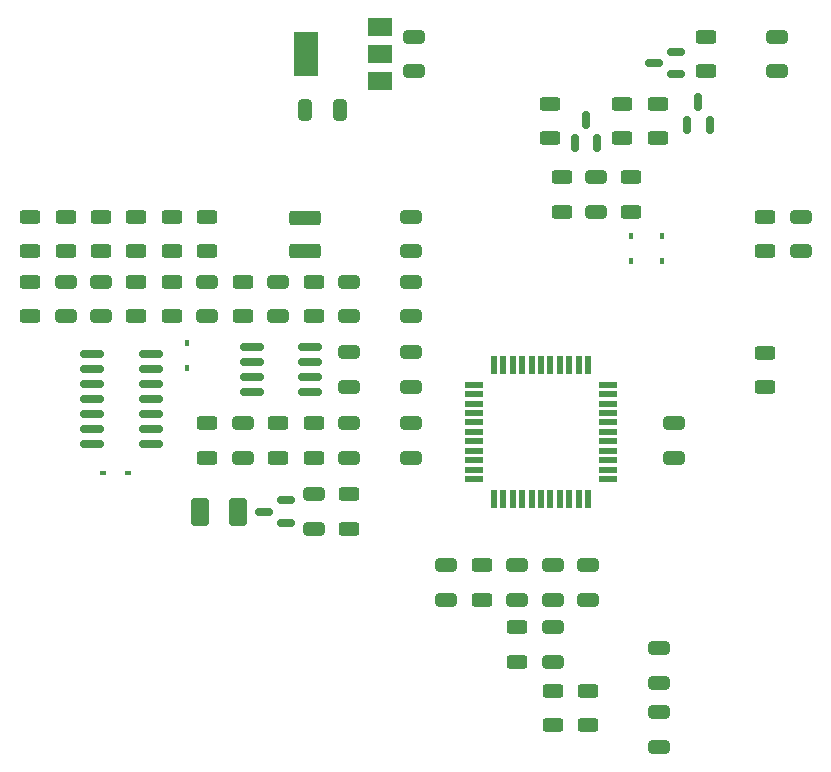
<source format=gbr>
%TF.GenerationSoftware,KiCad,Pcbnew,6.0.8*%
%TF.CreationDate,2022-10-28T18:19:01+03:00*%
%TF.ProjectId,DigiLight,44696769-4c69-4676-9874-2e6b69636164,rev?*%
%TF.SameCoordinates,Original*%
%TF.FileFunction,Paste,Top*%
%TF.FilePolarity,Positive*%
%FSLAX46Y46*%
G04 Gerber Fmt 4.6, Leading zero omitted, Abs format (unit mm)*
G04 Created by KiCad (PCBNEW 6.0.8) date 2022-10-28 18:19:01*
%MOMM*%
%LPD*%
G01*
G04 APERTURE LIST*
G04 Aperture macros list*
%AMRoundRect*
0 Rectangle with rounded corners*
0 $1 Rounding radius*
0 $2 $3 $4 $5 $6 $7 $8 $9 X,Y pos of 4 corners*
0 Add a 4 corners polygon primitive as box body*
4,1,4,$2,$3,$4,$5,$6,$7,$8,$9,$2,$3,0*
0 Add four circle primitives for the rounded corners*
1,1,$1+$1,$2,$3*
1,1,$1+$1,$4,$5*
1,1,$1+$1,$6,$7*
1,1,$1+$1,$8,$9*
0 Add four rect primitives between the rounded corners*
20,1,$1+$1,$2,$3,$4,$5,0*
20,1,$1+$1,$4,$5,$6,$7,0*
20,1,$1+$1,$6,$7,$8,$9,0*
20,1,$1+$1,$8,$9,$2,$3,0*%
G04 Aperture macros list end*
%ADD10RoundRect,0.250000X-0.650000X0.325000X-0.650000X-0.325000X0.650000X-0.325000X0.650000X0.325000X0*%
%ADD11RoundRect,0.250000X0.650000X-0.325000X0.650000X0.325000X-0.650000X0.325000X-0.650000X-0.325000X0*%
%ADD12RoundRect,0.250001X-0.499999X-0.924999X0.499999X-0.924999X0.499999X0.924999X-0.499999X0.924999X0*%
%ADD13RoundRect,0.250000X-0.325000X-0.650000X0.325000X-0.650000X0.325000X0.650000X-0.325000X0.650000X0*%
%ADD14RoundRect,0.250000X-1.075000X0.375000X-1.075000X-0.375000X1.075000X-0.375000X1.075000X0.375000X0*%
%ADD15RoundRect,0.150000X0.587500X0.150000X-0.587500X0.150000X-0.587500X-0.150000X0.587500X-0.150000X0*%
%ADD16RoundRect,0.150000X0.150000X-0.587500X0.150000X0.587500X-0.150000X0.587500X-0.150000X-0.587500X0*%
%ADD17RoundRect,0.250000X0.625000X-0.312500X0.625000X0.312500X-0.625000X0.312500X-0.625000X-0.312500X0*%
%ADD18RoundRect,0.250000X-0.625000X0.312500X-0.625000X-0.312500X0.625000X-0.312500X0.625000X0.312500X0*%
%ADD19RoundRect,0.150000X-0.825000X-0.150000X0.825000X-0.150000X0.825000X0.150000X-0.825000X0.150000X0*%
%ADD20R,2.000000X1.500000*%
%ADD21R,2.000000X3.800000*%
%ADD22R,0.550000X1.500000*%
%ADD23R,1.500000X0.550000*%
%ADD24R,0.450000X0.600000*%
%ADD25R,0.600000X0.450000*%
G04 APERTURE END LIST*
D10*
X224250000Y-73025000D03*
X224250000Y-75975000D03*
X191250000Y-84525000D03*
X191250000Y-87475000D03*
X222250000Y-57775000D03*
X222250000Y-60725000D03*
D11*
X183000000Y-99475000D03*
X183000000Y-96525000D03*
D10*
X174000000Y-78525000D03*
X174000000Y-81475000D03*
D11*
X186000000Y-81475000D03*
X186000000Y-78525000D03*
D12*
X173375000Y-98000000D03*
X176625000Y-98000000D03*
D11*
X180000000Y-81475000D03*
X180000000Y-78525000D03*
D10*
X191500000Y-57775000D03*
X191500000Y-60725000D03*
X177000000Y-90525000D03*
X177000000Y-93475000D03*
D13*
X182275000Y-64000000D03*
X185225000Y-64000000D03*
D10*
X206250000Y-102525000D03*
X206250000Y-105475000D03*
X186000000Y-84525000D03*
X186000000Y-87475000D03*
X194250000Y-102525000D03*
X194250000Y-105475000D03*
X186000000Y-90525000D03*
X186000000Y-93475000D03*
D11*
X191250000Y-81475000D03*
X191250000Y-78525000D03*
X212282000Y-112517700D03*
X212282000Y-109567700D03*
D14*
X182250000Y-73100000D03*
X182250000Y-75900000D03*
D15*
X180687500Y-98950000D03*
X180687500Y-97050000D03*
X178812500Y-98000000D03*
D16*
X214634000Y-65228500D03*
X216534000Y-65228500D03*
X215584000Y-63353500D03*
D15*
X213687500Y-60950000D03*
X213687500Y-59050000D03*
X211812500Y-60000000D03*
D17*
X159000000Y-75962500D03*
X159000000Y-73037500D03*
X186000000Y-99462500D03*
X186000000Y-96537500D03*
X159000000Y-81462500D03*
X159000000Y-78537500D03*
D18*
X216250000Y-57787500D03*
X216250000Y-60712500D03*
D17*
X212155000Y-66388500D03*
X212155000Y-63463500D03*
X183000000Y-81462500D03*
X183000000Y-78537500D03*
D18*
X168000000Y-78537500D03*
X168000000Y-81462500D03*
X177000000Y-78537500D03*
X177000000Y-81462500D03*
D17*
X180000000Y-93462500D03*
X180000000Y-90537500D03*
D18*
X183000000Y-90537500D03*
X183000000Y-93462500D03*
D17*
X197250000Y-105462500D03*
X197250000Y-102537500D03*
X221250000Y-87462500D03*
X221250000Y-84537500D03*
D18*
X200250000Y-107787500D03*
X200250000Y-110712500D03*
D19*
X164275000Y-84690000D03*
X164275000Y-85960000D03*
X164275000Y-87230000D03*
X164275000Y-88500000D03*
X164275000Y-89770000D03*
X164275000Y-91040000D03*
X164275000Y-92310000D03*
X169225000Y-92310000D03*
X169225000Y-91040000D03*
X169225000Y-89770000D03*
X169225000Y-88500000D03*
X169225000Y-87230000D03*
X169225000Y-85960000D03*
X169225000Y-84690000D03*
D20*
X188650000Y-61550000D03*
X188650000Y-59250000D03*
D21*
X182350000Y-59250000D03*
D20*
X188650000Y-56950000D03*
D22*
X198250000Y-96950000D03*
X199050000Y-96950000D03*
X199850000Y-96950000D03*
X200650000Y-96950000D03*
X201450000Y-96950000D03*
X202250000Y-96950000D03*
X203050000Y-96950000D03*
X203850000Y-96950000D03*
X204650000Y-96950000D03*
X205450000Y-96950000D03*
X206250000Y-96950000D03*
D23*
X207950000Y-95250000D03*
X207950000Y-94450000D03*
X207950000Y-93650000D03*
X207950000Y-92850000D03*
X207950000Y-92050000D03*
X207950000Y-91250000D03*
X207950000Y-90450000D03*
X207950000Y-89650000D03*
X207950000Y-88850000D03*
X207950000Y-88050000D03*
X207950000Y-87250000D03*
D22*
X206250000Y-85550000D03*
X205450000Y-85550000D03*
X204650000Y-85550000D03*
X203850000Y-85550000D03*
X203050000Y-85550000D03*
X202250000Y-85550000D03*
X201450000Y-85550000D03*
X200650000Y-85550000D03*
X199850000Y-85550000D03*
X199050000Y-85550000D03*
X198250000Y-85550000D03*
D23*
X196550000Y-87250000D03*
X196550000Y-88050000D03*
X196550000Y-88850000D03*
X196550000Y-89650000D03*
X196550000Y-90450000D03*
X196550000Y-91250000D03*
X196550000Y-92050000D03*
X196550000Y-92850000D03*
X196550000Y-93650000D03*
X196550000Y-94450000D03*
X196550000Y-95250000D03*
D11*
X203250000Y-110725000D03*
X203250000Y-107775000D03*
D18*
X174000000Y-73037500D03*
X174000000Y-75962500D03*
D17*
X162000000Y-75962500D03*
X162000000Y-73037500D03*
D11*
X165000000Y-81475000D03*
X165000000Y-78525000D03*
X162000000Y-81475000D03*
X162000000Y-78525000D03*
D18*
X171000000Y-73037500D03*
X171000000Y-75962500D03*
D17*
X168000000Y-75962500D03*
X168000000Y-73037500D03*
X165000000Y-75962500D03*
X165000000Y-73037500D03*
D19*
X177775000Y-84095000D03*
X177775000Y-85365000D03*
X177775000Y-86635000D03*
X177775000Y-87905000D03*
X182725000Y-87905000D03*
X182725000Y-86635000D03*
X182725000Y-85365000D03*
X182725000Y-84095000D03*
D18*
X174000000Y-90537500D03*
X174000000Y-93462500D03*
D24*
X172250000Y-85800000D03*
X172250000Y-83700000D03*
D25*
X167300000Y-94750000D03*
X165200000Y-94750000D03*
D18*
X171000000Y-78537500D03*
X171000000Y-81462500D03*
D11*
X213500000Y-93475000D03*
X213500000Y-90525000D03*
D10*
X200250000Y-102525000D03*
X200250000Y-105475000D03*
X191250000Y-90525000D03*
X191250000Y-93475000D03*
X191250000Y-73025000D03*
X191250000Y-75975000D03*
D18*
X203011000Y-63463500D03*
X203011000Y-66388500D03*
D10*
X206948000Y-69674000D03*
X206948000Y-72624000D03*
D16*
X205109000Y-66752500D03*
X207009000Y-66752500D03*
X206059000Y-64877500D03*
D18*
X209869000Y-69686500D03*
X209869000Y-72611500D03*
D17*
X209107000Y-66388500D03*
X209107000Y-63463500D03*
X221250000Y-75962500D03*
X221250000Y-73037500D03*
D10*
X203250000Y-102525000D03*
X203250000Y-105475000D03*
D11*
X212282000Y-117914000D03*
X212282000Y-114964000D03*
D17*
X206249500Y-116109000D03*
X206249500Y-113184000D03*
X203265000Y-116109000D03*
X203265000Y-113184000D03*
D24*
X212536000Y-76771000D03*
X212536000Y-74671000D03*
X209869000Y-76771000D03*
X209869000Y-74671000D03*
D18*
X204027000Y-69686500D03*
X204027000Y-72611500D03*
M02*

</source>
